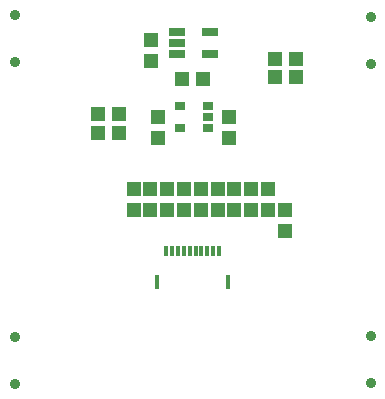
<source format=gbr>
%FSLAX23Y23*%
%MOIN*%
G04 EasyPC Gerber Version 18.0.6 Build 3620 *
%ADD138R,0.01800X0.03400*%
%ADD139R,0.01800X0.04600*%
%ADD108R,0.04540X0.04930*%
%ADD115C,0.03600*%
%ADD140R,0.03750X0.02765*%
%ADD142R,0.05800X0.02800*%
%ADD141R,0.04891X0.04537*%
%ADD107R,0.04930X0.04540*%
X0Y0D02*
D02*
D107*
X434Y860D03*
Y930D03*
X488Y860D03*
Y930D03*
X491Y1356D03*
Y1426D03*
X514Y1099D03*
Y1169D03*
X543Y860D03*
Y930D03*
X600Y860D03*
Y930D03*
X655Y860D03*
Y930D03*
X713Y860D03*
Y930D03*
X750Y1101D03*
Y1171D03*
X766Y860D03*
Y930D03*
X823Y860D03*
Y930D03*
X879Y860D03*
Y930D03*
X937Y789D03*
Y859D03*
D02*
D108*
X313Y1179D03*
X314Y1118D03*
X383Y1179D03*
X384Y1118D03*
X593Y1296D03*
X663D03*
X902Y1303D03*
X972D03*
D02*
D115*
X35Y280D03*
Y438D03*
X36Y1352D03*
Y1510D03*
X1222Y282D03*
Y440D03*
X1223Y1346D03*
Y1504D03*
D02*
D138*
X541Y725D03*
X561D03*
X580D03*
X600D03*
X619D03*
X639D03*
X658D03*
X678D03*
X697D03*
X717D03*
D02*
D139*
X510Y621D03*
X748D03*
D02*
D140*
X586Y1132D03*
Y1207D03*
X681Y1132D03*
Y1170D03*
Y1207D03*
D02*
D141*
X902Y1364D03*
X972D03*
D02*
D142*
X578Y1379D03*
Y1416D03*
Y1454D03*
X685Y1379D03*
Y1454D03*
X0Y0D02*
M02*

</source>
